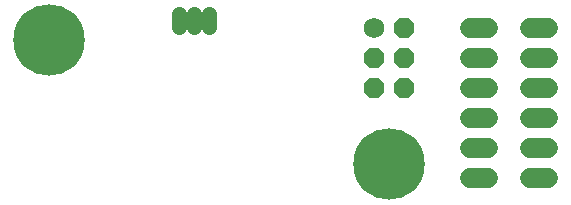
<source format=gbs>
G04 EAGLE Gerber RS-274X export*
G75*
%MOMM*%
%FSLAX34Y34*%
%LPD*%
%INSoldermask Bottom*%
%IPPOS*%
%AMOC8*
5,1,8,0,0,1.08239X$1,22.5*%
G01*
%ADD10C,1.311200*%
%ADD11C,1.727200*%
%ADD12C,6.045200*%
%ADD13C,1.727200*%
%ADD14P,1.869504X8X292.500000*%


D10*
X177800Y164560D02*
X177800Y175640D01*
X165100Y175640D02*
X165100Y164560D01*
X152400Y164560D02*
X152400Y175640D01*
D11*
X398780Y163750D02*
X414020Y163750D01*
X414020Y138350D02*
X398780Y138350D01*
X398780Y112950D02*
X414020Y112950D01*
X414020Y87550D02*
X398780Y87550D01*
X398780Y62150D02*
X414020Y62150D01*
X414020Y36750D02*
X398780Y36750D01*
X449580Y163750D02*
X464820Y163750D01*
X464820Y138350D02*
X449580Y138350D01*
X449580Y112950D02*
X464820Y112950D01*
X464820Y87550D02*
X449580Y87550D01*
X449580Y62150D02*
X464820Y62150D01*
X464820Y36750D02*
X449580Y36750D01*
D12*
X331000Y48000D03*
X43000Y153000D03*
D13*
X317500Y163750D03*
D14*
X317500Y138350D03*
X317500Y112950D03*
X342900Y163750D03*
X342900Y138350D03*
X342900Y112950D03*
M02*

</source>
